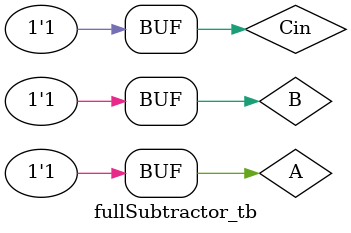
<source format=sv>
`timescale 1ps / 1ps
module fullSubtractor(A, B, Cin, Sum, Cout);

	input logic A, B, Cin;
	output logic Sum, Cout;
	
	parameter Delay = 50;
	
	logic inv_B; 
	
	not #Delay not_Gate(inv_B, B);
	
	fullAdder add(.A, .B(inv_B), .Cin, .Sum, .Cout);

endmodule 


module fullSubtractor_tb();

	logic A, B, Cin;
	logic Sum, Cout;
	
	fullSubtractor dut (.*);
	
	initial begin 
		A=0; B=0; Cin=1; #1000; // Cout = 1 Sum = 0
		A=0; B=1; Cin=1; #1000; // Cout = 0 Sum = 1
		A=1; B=0; Cin=1; #1000; // Cout = 1 Sum = 1
		A=1; B=1; Cin=1; #1000; // Cout = 1 Sum = 0
	end
	
endmodule
</source>
